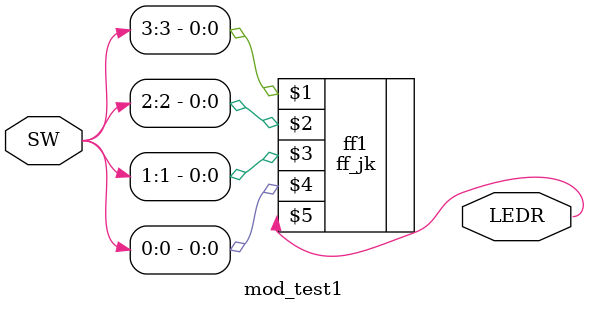
<source format=v>
module mod_test1(SW, LEDR);

	input [3:0]SW;
	output LEDR;
	
	ff_jk ff1(SW[3], SW[2], SW[1], SW[0], LEDR);
	
endmodule


</source>
